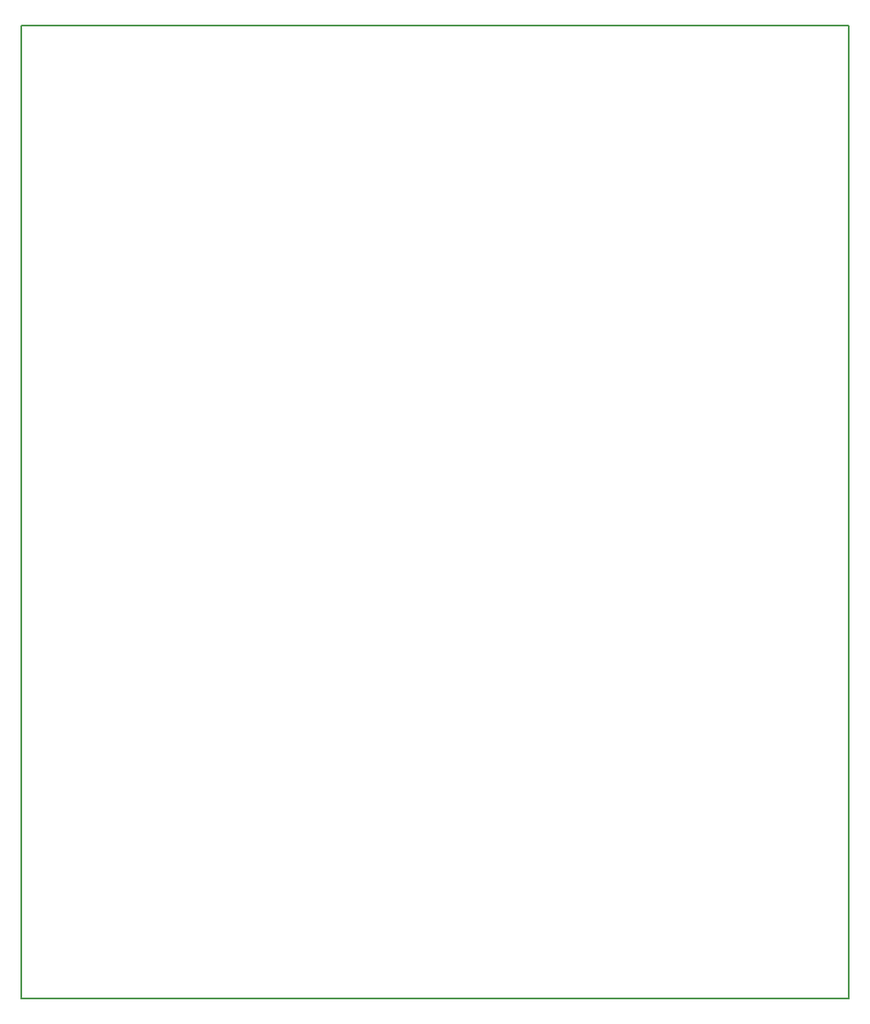
<source format=gm1>
G04 #@! TF.GenerationSoftware,KiCad,Pcbnew,(5.0.2)-1*
G04 #@! TF.CreationDate,2022-03-15T14:53:39+05:30*
G04 #@! TF.ProjectId,4ESC_board,34455343-5f62-46f6-9172-642e6b696361,rev?*
G04 #@! TF.SameCoordinates,Original*
G04 #@! TF.FileFunction,Profile,NP*
%FSLAX46Y46*%
G04 Gerber Fmt 4.6, Leading zero omitted, Abs format (unit mm)*
G04 Created by KiCad (PCBNEW (5.0.2)-1) date 03/15/22 14:53:39*
%MOMM*%
%LPD*%
G01*
G04 APERTURE LIST*
%ADD10C,0.150000*%
G04 APERTURE END LIST*
D10*
X75869800Y-33477200D02*
X158242000Y-33477200D01*
X158242000Y-33500000D02*
X158242000Y-126771400D01*
X158242000Y-130327400D02*
X148107400Y-130327400D01*
X158242000Y-126771400D02*
X158242000Y-130302000D01*
X75869800Y-82245200D02*
X75869800Y-33500000D01*
X75869800Y-130327400D02*
X75869800Y-82245200D01*
X79121000Y-130327400D02*
X75895200Y-130327400D01*
X85217000Y-130327400D02*
X79121000Y-130327400D01*
X148107400Y-130327400D02*
X85217000Y-130327400D01*
M02*

</source>
